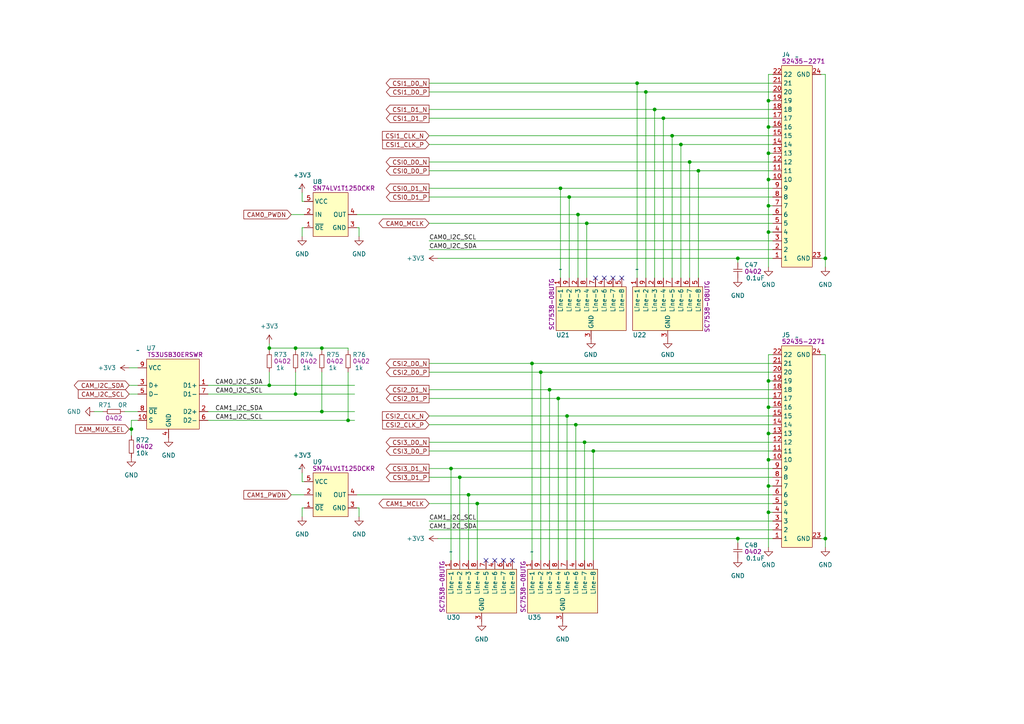
<source format=kicad_sch>
(kicad_sch (version 20230121) (generator eeschema)
  (paper "A4")
  (lib_symbols
    (symbol "power:+3V3" (power) (pin_names (offset 0))
      (property "Value" "+3V3" (at 0 3.556 0))
      (symbol "+3V3_0_1"
        (polyline (pts (xy -0.762 1.27) (xy 0 2.54)))
        (polyline (pts (xy 0 0) (xy 0 2.54)))
        (polyline (pts (xy 0 2.54) (xy 0.762 1.27)))
      )
      (symbol "+3V3_1_1"
        (pin power_in line (at 0 0 90) (length 0) hide (name "+3V3") (number "1"))
      )
    )
    (symbol "power:GND" (power) (pin_names (offset 0))
      (property "Value" "GND" (at 0 -3.81 0))
      (symbol "GND_0_1"
        (polyline (pts (xy 0 0) (xy 0 -1.27) (xy 1.27 -1.27) (xy 0 -2.54) (xy -1.27 -1.27) (xy 0 -1.27)))
      )
      (symbol "GND_1_1"
        (pin power_in line (at 0 0 270) (length 0) hide (name "GND") (number "1"))
      )
    )
    (symbol "the_backrooms:52435-2271"
      (property "Reference" "J" (at 0 0 0))
      (property "Value" "52435-2271" (at 0 0 0))
      (symbol "52435-2271_1_1"
        (rectangle (start 2.54 0) (end 11.43 -58.42) (fill (type background)))
        (pin free line (at 0 -55.88 0) (length 2.54) (name "1") (number "1"))
        (pin free line (at 0 -33.02 0) (length 2.54) (name "10") (number "10"))
        (pin free line (at 0 -30.48 0) (length 2.54) (name "11") (number "11"))
        (pin free line (at 0 -27.94 0) (length 2.54) (name "12") (number "12"))
        (pin free line (at 0 -25.4 0) (length 2.54) (name "13") (number "13"))
        (pin free line (at 0 -22.86 0) (length 2.54) (name "14") (number "14"))
        (pin free line (at 0 -20.32 0) (length 2.54) (name "15") (number "15"))
        (pin free line (at 0 -17.78 0) (length 2.54) (name "16") (number "16"))
        (pin free line (at 0 -15.24 0) (length 2.54) (name "17") (number "17"))
        (pin free line (at 0 -12.7 0) (length 2.54) (name "18") (number "18"))
        (pin free line (at 0 -10.16 0) (length 2.54) (name "19") (number "19"))
        (pin free line (at 0 -53.34 0) (length 2.54) (name "2") (number "2"))
        (pin free line (at 0 -7.62 0) (length 2.54) (name "20") (number "20"))
        (pin free line (at 0 -5.08 0) (length 2.54) (name "21") (number "21"))
        (pin free line (at 0 -2.54 0) (length 2.54) (name "22") (number "22"))
        (pin power_in line (at 13.97 -55.88 180) (length 2.54) (name "GND") (number "23"))
        (pin power_in line (at 13.97 -2.54 180) (length 2.54) (name "GND") (number "24"))
        (pin free line (at 0 -50.8 0) (length 2.54) (name "3") (number "3"))
        (pin free line (at 0 -48.26 0) (length 2.54) (name "4") (number "4"))
        (pin free line (at 0 -45.72 0) (length 2.54) (name "5") (number "5"))
        (pin free line (at 0 -43.18 0) (length 2.54) (name "6") (number "6"))
        (pin free line (at 0 -40.64 0) (length 2.54) (name "7") (number "7"))
        (pin free line (at 0 -38.1 0) (length 2.54) (name "8") (number "8"))
        (pin free line (at 0 -35.56 0) (length 2.54) (name "9") (number "9"))
      )
    )
    (symbol "the_backrooms:SC7538"
      (property "Reference" "U" (at 0 0 0))
      (property "Value" "SC7538" (at 0 0 0))
      (symbol "SC7538_1_1"
        (rectangle (start -1.27 -5.08) (end 19.05 -17.78) (fill (type background)))
        (pin free line (at 0 -2.54 270) (length 2.54) (name "Line-1") (number "1"))
        (pin free line (at 5.08 -2.54 270) (length 2.54) (name "Line-3") (number "2"))
        (pin free line (at 8.89 -20.32 90) (length 2.54) (name "GND") (number "3"))
        (pin free line (at 12.7 -2.54 270) (length 2.54) (name "Line-6") (number "4"))
        (pin free line (at 17.78 -2.54 270) (length 2.54) (name "Line-8") (number "5"))
        (pin free line (at 15.24 -2.54 270) (length 2.54) (name "Line-7") (number "6"))
        (pin free line (at 10.16 -2.54 270) (length 2.54) (name "Line-5") (number "7"))
        (pin free line (at 7.62 -2.54 270) (length 2.54) (name "Line-4") (number "8"))
        (pin free line (at 2.54 -2.54 270) (length 2.54) (name "Line-2") (number "9"))
      )
    )
    (symbol "the_backrooms:SN74LV1T125"
      (property "Reference" "U" (at 0 0 0))
      (property "Value" "SN74LV1T125" (at 0 0 0))
      (symbol "SN74LV1T125_1_1"
        (rectangle (start 2.54 0) (end 12.7 -12.7) (fill (type background)))
        (pin input line (at 0 -10.16 0) (length 2.54) (name "~{OE}") (number "1"))
        (pin input line (at 0 -6.35 0) (length 2.54) (name "IN") (number "2"))
        (pin power_in line (at 15.24 -10.16 180) (length 2.54) (name "GND") (number "3"))
        (pin output line (at 15.24 -6.35 180) (length 2.54) (name "OUT") (number "4"))
        (pin power_in line (at 0 -2.54 0) (length 2.54) (name "VCC") (number "5"))
      )
    )
    (symbol "the_backrooms:TS3USB30E"
      (property "Reference" "U" (at 0 0 0))
      (property "Value" "TS3USB30E" (at 0 0 0))
      (symbol "TS3USB30E_1_1"
        (rectangle (start 2.54 -2.54) (end 17.78 -22.86) (fill (type background)))
        (pin bidirectional line (at 20.32 -10.16 180) (length 2.54) (name "D1+") (number "1"))
        (pin input line (at 0 -20.32 0) (length 2.54) (name "S") (number "10"))
        (pin bidirectional line (at 20.32 -17.78 180) (length 2.54) (name "D2+") (number "2"))
        (pin bidirectional line (at 0 -10.16 0) (length 2.54) (name "D+") (number "3"))
        (pin power_in line (at 8.89 -25.4 90) (length 2.54) (name "GND") (number "4"))
        (pin bidirectional line (at 0 -12.7 0) (length 2.54) (name "D-") (number "5"))
        (pin bidirectional line (at 20.32 -20.32 180) (length 2.54) (name "D2-") (number "6"))
        (pin bidirectional line (at 20.32 -12.7 180) (length 2.54) (name "D1-") (number "7"))
        (pin input line (at 0 -17.78 0) (length 2.54) (name "~{OE}") (number "8"))
        (pin power_in line (at 0 -5.08 0) (length 2.54) (name "VCC") (number "9"))
      )
    )
    (symbol "the_backrooms:cap_0402"
      (property "Reference" "C" (at -0.635 0 0))
      (property "Package/Case" "0402" (at -1.27 1.27 0))
      (symbol "cap_0402_0_1"
        (polyline (pts (xy 1.905 0) (xy 1.905 -1.27)))
        (polyline (pts (xy 2.54 1.27) (xy 2.54 -1.27)))
        (polyline (pts (xy 3.175 0) (xy 2.54 0)))
        (polyline (pts (xy 1.27 0) (xy 1.905 0) (xy 1.905 1.27)))
      )
      (symbol "cap_0402_1_1"
        (pin free line (at 0 0 0) (length 1.27) (name "") (number "1"))
        (pin free line (at 4.445 0 180) (length 1.27) (name "") (number "2"))
      )
    )
    (symbol "the_backrooms:res_0402"
      (property "Reference" "R" (at 3.175 -1.905 0))
      (property "Package/Case" "0402" (at -3.175 1.905 0))
      (symbol "res_0402_0_1"
        (rectangle (start 1.27 0.635) (end 5.08 -0.635))
      )
      (symbol "res_0402_1_1"
        (pin free line (at 0 0 0) (length 1.27) (name "") (number "1"))
        (pin free line (at 6.35 0 180) (length 1.27) (name "") (number "2"))
      )
    )
  )
  (junction (at 194.945 39.37))
  (junction (at 222.885 59.69))
  (junction (at 165.1 57.15))
  (junction (at 222.885 148.59))
  (junction (at 213.995 156.21))
  (junction (at 154.305 105.41))
  (junction (at 93.345 119.38))
  (junction (at 85.725 114.3))
  (junction (at 239.395 156.21))
  (junction (at 189.865 31.75))
  (junction (at 156.845 107.95))
  (junction (at 222.885 140.97))
  (junction (at 135.89 143.51))
  (junction (at 161.925 115.57))
  (junction (at 222.885 29.21))
  (junction (at 170.18 64.77))
  (junction (at 138.43 146.05))
  (junction (at 38.1 124.46))
  (junction (at 200.025 46.99))
  (junction (at 222.885 110.49))
  (junction (at 222.885 52.07))
  (junction (at 162.56 54.61))
  (junction (at 159.385 113.03))
  (junction (at 172.085 130.81))
  (junction (at 239.395 74.93))
  (junction (at 184.785 24.13))
  (junction (at 222.885 44.45))
  (junction (at 164.465 120.65))
  (junction (at 85.725 100.965))
  (junction (at 222.885 67.31))
  (junction (at 169.545 128.27))
  (junction (at 192.405 34.29))
  (junction (at 222.885 36.83))
  (junction (at 78.105 111.76))
  (junction (at 167.64 62.23))
  (junction (at 78.105 100.965))
  (junction (at 222.885 118.11))
  (junction (at 213.995 74.93))
  (junction (at 197.485 41.91))
  (junction (at 130.81 135.89))
  (junction (at 167.005 123.19))
  (junction (at 100.965 121.92))
  (junction (at 133.35 138.43))
  (junction (at 202.565 49.53))
  (junction (at 222.885 125.73))
  (junction (at 222.885 133.35))
  (junction (at 93.345 100.965))
  (junction (at 187.325 26.67))
  (no_connect (at 177.8 80.645))
  (no_connect (at 180.34 80.645))
  (no_connect (at 146.05 162.56))
  (no_connect (at 172.72 80.645))
  (no_connect (at 140.97 162.56))
  (no_connect (at 175.26 80.645))
  (no_connect (at 143.51 162.56))
  (no_connect (at 148.59 162.56))
  (wire (pts (xy 200.025 46.99) (xy 200.025 80.645)))
  (wire (pts (xy 159.385 162.56) (xy 159.385 113.03)))
  (wire (pts (xy 202.565 49.53) (xy 224.155 49.53)))
  (wire (pts (xy 38.1 121.92) (xy 38.1 124.46)))
  (wire (pts (xy 222.885 110.49) (xy 224.155 110.49)))
  (wire (pts (xy 222.885 59.69) (xy 224.155 59.69)))
  (wire (pts (xy 164.465 120.65) (xy 164.465 162.56)))
  (wire (pts (xy 87.63 66.04) (xy 87.63 68.58)))
  (wire (pts (xy 156.845 107.95) (xy 224.155 107.95)))
  (wire (pts (xy 130.81 135.89) (xy 224.155 135.89)))
  (wire (pts (xy 100.965 100.965) (xy 100.965 101.6)))
  (wire (pts (xy 239.395 74.93) (xy 239.395 77.47)))
  (wire (pts (xy 167.64 62.23) (xy 224.155 62.23)))
  (wire (pts (xy 138.43 146.05) (xy 138.43 162.56)))
  (wire (pts (xy 187.325 80.645) (xy 187.325 26.67)))
  (wire (pts (xy 222.885 133.35) (xy 224.155 133.35)))
  (wire (pts (xy 88.265 66.04) (xy 87.63 66.04)))
  (wire (pts (xy 93.345 107.95) (xy 93.345 119.38)))
  (wire (pts (xy 239.395 156.21) (xy 239.395 158.75)))
  (wire (pts (xy 60.325 111.76) (xy 78.105 111.76)))
  (wire (pts (xy 38.1 124.46) (xy 38.1 126.365)))
  (wire (pts (xy 124.46 107.95) (xy 156.845 107.95)))
  (wire (pts (xy 222.885 21.59) (xy 222.885 29.21)))
  (wire (pts (xy 84.455 62.23) (xy 88.265 62.23)))
  (wire (pts (xy 165.1 57.15) (xy 165.1 80.645)))
  (wire (pts (xy 222.885 67.31) (xy 222.885 77.47)))
  (wire (pts (xy 169.545 128.27) (xy 224.155 128.27)))
  (wire (pts (xy 172.085 130.81) (xy 224.155 130.81)))
  (wire (pts (xy 172.085 130.81) (xy 172.085 162.56)))
  (wire (pts (xy 124.46 39.37) (xy 194.945 39.37)))
  (wire (pts (xy 189.865 31.75) (xy 224.155 31.75)))
  (wire (pts (xy 104.14 66.04) (xy 104.14 68.58)))
  (wire (pts (xy 124.46 34.29) (xy 192.405 34.29)))
  (wire (pts (xy 154.305 105.41) (xy 154.305 162.56)))
  (wire (pts (xy 192.405 34.29) (xy 224.155 34.29)))
  (wire (pts (xy 103.505 62.23) (xy 167.64 62.23)))
  (wire (pts (xy 124.46 72.39) (xy 224.155 72.39)))
  (wire (pts (xy 60.325 114.3) (xy 85.725 114.3)))
  (wire (pts (xy 222.885 118.11) (xy 222.885 125.73)))
  (wire (pts (xy 222.885 52.07) (xy 224.155 52.07)))
  (wire (pts (xy 124.46 54.61) (xy 162.56 54.61)))
  (wire (pts (xy 169.545 128.27) (xy 169.545 162.56)))
  (wire (pts (xy 124.46 138.43) (xy 133.35 138.43)))
  (wire (pts (xy 222.885 52.07) (xy 222.885 59.69)))
  (wire (pts (xy 85.725 114.3) (xy 102.87 114.3)))
  (wire (pts (xy 124.46 49.53) (xy 202.565 49.53)))
  (wire (pts (xy 127 74.93) (xy 213.995 74.93)))
  (wire (pts (xy 184.785 24.13) (xy 184.785 80.645)))
  (wire (pts (xy 222.885 118.11) (xy 224.155 118.11)))
  (wire (pts (xy 213.995 156.21) (xy 224.155 156.21)))
  (wire (pts (xy 161.925 115.57) (xy 224.155 115.57)))
  (wire (pts (xy 238.125 102.87) (xy 239.395 102.87)))
  (wire (pts (xy 156.845 162.56) (xy 156.845 107.95)))
  (wire (pts (xy 238.125 21.59) (xy 239.395 21.59)))
  (wire (pts (xy 162.56 54.61) (xy 224.155 54.61)))
  (wire (pts (xy 222.885 59.69) (xy 222.885 67.31)))
  (wire (pts (xy 88.265 139.7) (xy 87.63 139.7)))
  (wire (pts (xy 222.885 102.87) (xy 222.885 110.49)))
  (wire (pts (xy 124.46 153.67) (xy 224.155 153.67)))
  (wire (pts (xy 85.725 107.95) (xy 85.725 114.3)))
  (wire (pts (xy 159.385 113.03) (xy 224.155 113.03)))
  (wire (pts (xy 154.305 105.41) (xy 224.155 105.41)))
  (wire (pts (xy 100.965 107.95) (xy 100.965 121.92)))
  (wire (pts (xy 224.155 74.93) (xy 213.995 74.93)))
  (wire (pts (xy 87.63 147.32) (xy 87.63 149.86)))
  (wire (pts (xy 239.395 156.21) (xy 238.125 156.21)))
  (wire (pts (xy 194.945 39.37) (xy 194.945 80.645)))
  (wire (pts (xy 88.265 147.32) (xy 87.63 147.32)))
  (wire (pts (xy 87.63 137.16) (xy 87.63 139.7)))
  (wire (pts (xy 60.325 121.92) (xy 100.965 121.92)))
  (wire (pts (xy 78.105 101.6) (xy 78.105 100.965)))
  (wire (pts (xy 138.43 146.05) (xy 224.155 146.05)))
  (wire (pts (xy 167.005 123.19) (xy 224.155 123.19)))
  (wire (pts (xy 239.395 74.93) (xy 238.125 74.93)))
  (wire (pts (xy 222.885 125.73) (xy 222.885 133.35)))
  (wire (pts (xy 124.46 135.89) (xy 130.81 135.89)))
  (wire (pts (xy 197.485 80.645) (xy 197.485 41.91)))
  (wire (pts (xy 100.965 121.92) (xy 102.87 121.92)))
  (wire (pts (xy 222.885 44.45) (xy 222.885 52.07)))
  (wire (pts (xy 38.1 121.92) (xy 40.005 121.92)))
  (wire (pts (xy 124.46 41.91) (xy 197.485 41.91)))
  (wire (pts (xy 124.46 151.13) (xy 224.155 151.13)))
  (wire (pts (xy 222.885 44.45) (xy 224.155 44.45)))
  (wire (pts (xy 135.89 162.56) (xy 135.89 143.51)))
  (wire (pts (xy 84.455 143.51) (xy 88.265 143.51)))
  (wire (pts (xy 167.64 80.645) (xy 167.64 62.23)))
  (wire (pts (xy 78.105 111.76) (xy 102.87 111.76)))
  (wire (pts (xy 78.105 107.95) (xy 78.105 111.76)))
  (wire (pts (xy 222.885 29.21) (xy 222.885 36.83)))
  (wire (pts (xy 192.405 34.29) (xy 192.405 80.645)))
  (wire (pts (xy 222.885 148.59) (xy 222.885 158.75)))
  (wire (pts (xy 88.265 58.42) (xy 87.63 58.42)))
  (wire (pts (xy 124.46 46.99) (xy 200.025 46.99)))
  (wire (pts (xy 222.885 36.83) (xy 222.885 44.45)))
  (wire (pts (xy 224.155 69.85) (xy 124.46 69.85)))
  (wire (pts (xy 164.465 120.65) (xy 224.155 120.65)))
  (wire (pts (xy 222.885 29.21) (xy 224.155 29.21)))
  (wire (pts (xy 124.46 115.57) (xy 161.925 115.57)))
  (wire (pts (xy 124.46 146.05) (xy 138.43 146.05)))
  (wire (pts (xy 170.18 80.645) (xy 170.18 64.77)))
  (wire (pts (xy 222.885 148.59) (xy 224.155 148.59)))
  (wire (pts (xy 135.89 143.51) (xy 224.155 143.51)))
  (wire (pts (xy 124.46 26.67) (xy 187.325 26.67)))
  (wire (pts (xy 36.195 119.38) (xy 40.005 119.38)))
  (wire (pts (xy 213.995 156.21) (xy 213.995 157.48)))
  (wire (pts (xy 124.46 128.27) (xy 169.545 128.27)))
  (wire (pts (xy 222.885 125.73) (xy 224.155 125.73)))
  (wire (pts (xy 93.345 100.965) (xy 100.965 100.965)))
  (wire (pts (xy 124.46 64.77) (xy 170.18 64.77)))
  (wire (pts (xy 124.46 24.13) (xy 184.785 24.13)))
  (wire (pts (xy 213.995 74.93) (xy 213.995 76.2)))
  (wire (pts (xy 222.885 110.49) (xy 222.885 118.11)))
  (wire (pts (xy 222.885 140.97) (xy 224.155 140.97)))
  (wire (pts (xy 202.565 49.53) (xy 202.565 80.645)))
  (wire (pts (xy 224.155 102.87) (xy 222.885 102.87)))
  (wire (pts (xy 239.395 21.59) (xy 239.395 74.93)))
  (wire (pts (xy 187.325 26.67) (xy 224.155 26.67)))
  (wire (pts (xy 124.46 31.75) (xy 189.865 31.75)))
  (wire (pts (xy 85.725 100.965) (xy 85.725 101.6)))
  (wire (pts (xy 37.465 114.3) (xy 40.005 114.3)))
  (wire (pts (xy 78.105 100.965) (xy 85.725 100.965)))
  (wire (pts (xy 85.725 100.965) (xy 93.345 100.965)))
  (wire (pts (xy 124.46 130.81) (xy 172.085 130.81)))
  (wire (pts (xy 104.14 147.32) (xy 104.14 149.86)))
  (wire (pts (xy 167.005 123.19) (xy 167.005 162.56)))
  (wire (pts (xy 103.505 143.51) (xy 135.89 143.51)))
  (wire (pts (xy 133.35 138.43) (xy 224.155 138.43)))
  (wire (pts (xy 162.56 54.61) (xy 162.56 80.645)))
  (wire (pts (xy 78.105 99.695) (xy 78.105 100.965)))
  (wire (pts (xy 200.025 46.99) (xy 224.155 46.99)))
  (wire (pts (xy 103.505 147.32) (xy 104.14 147.32)))
  (wire (pts (xy 93.345 100.965) (xy 93.345 101.6)))
  (wire (pts (xy 37.465 106.68) (xy 40.005 106.68)))
  (wire (pts (xy 189.865 80.645) (xy 189.865 31.75)))
  (wire (pts (xy 27.305 119.38) (xy 29.845 119.38)))
  (wire (pts (xy 37.465 111.76) (xy 40.005 111.76)))
  (wire (pts (xy 103.505 66.04) (xy 104.14 66.04)))
  (wire (pts (xy 165.1 57.15) (xy 224.155 57.15)))
  (wire (pts (xy 224.155 21.59) (xy 222.885 21.59)))
  (wire (pts (xy 239.395 102.87) (xy 239.395 156.21)))
  (wire (pts (xy 37.465 124.46) (xy 38.1 124.46)))
  (wire (pts (xy 161.925 162.56) (xy 161.925 115.57)))
  (wire (pts (xy 222.885 36.83) (xy 224.155 36.83)))
  (wire (pts (xy 222.885 140.97) (xy 222.885 148.59)))
  (wire (pts (xy 124.46 120.65) (xy 164.465 120.65)))
  (wire (pts (xy 184.785 24.13) (xy 224.155 24.13)))
  (wire (pts (xy 194.945 39.37) (xy 224.155 39.37)))
  (wire (pts (xy 124.46 57.15) (xy 165.1 57.15)))
  (wire (pts (xy 222.885 133.35) (xy 222.885 140.97)))
  (wire (pts (xy 87.63 55.88) (xy 87.63 58.42)))
  (wire (pts (xy 127 156.21) (xy 213.995 156.21)))
  (wire (pts (xy 60.325 119.38) (xy 93.345 119.38)))
  (wire (pts (xy 130.81 162.56) (xy 130.81 135.89)))
  (wire (pts (xy 133.35 138.43) (xy 133.35 162.56)))
  (wire (pts (xy 222.885 67.31) (xy 224.155 67.31)))
  (wire (pts (xy 197.485 41.91) (xy 224.155 41.91)))
  (wire (pts (xy 170.18 64.77) (xy 224.155 64.77)))
  (wire (pts (xy 93.345 119.38) (xy 102.87 119.38)))
  (wire (pts (xy 124.46 123.19) (xy 167.005 123.19)))
  (wire (pts (xy 124.46 105.41) (xy 154.305 105.41)))
  (wire (pts (xy 124.46 113.03) (xy 159.385 113.03)))
  (label "CAM1_I2C_SDA" (at 76.2 119.38 180))
  (label "CAM1_I2C_SCL" (at 124.46 151.13 0))
  (label "CAM0_I2C_SCL" (at 124.46 69.85 0))
  (label "CAM0_I2C_SDA" (at 76.2 111.76 180))
  (label "CAM1_I2C_SDA" (at 124.46 153.67 0))
  (label "CAM0_I2C_SDA" (at 124.46 72.39 0))
  (label "CAM1_I2C_SCL" (at 76.2 121.92 180))
  (label "CAM0_I2C_SCL" (at 76.2 114.3 180))
  (global_label "CSI2_D1_P" (shape output) (at 124.46 115.57 180) (property "Intersheetrefs" "${INTERSHEET_REFS}" (at 111.4963 115.57 0) (effects (justify right))))
  (global_label "CSI1_D1_N" (shape output) (at 124.46 31.75 180) (property "Intersheetrefs" "${INTERSHEET_REFS}" (at 111.4358 31.75 0) (effects (justify right))))
  (global_label "CSI2_D0_N" (shape output) (at 124.46 105.41 180) (property "Intersheetrefs" "${INTERSHEET_REFS}" (at 111.4358 105.41 0) (effects (justify right))))
  (global_label "CSI2_CLK_N" (shape input) (at 124.46 120.65 180) (property "Intersheetrefs" "${INTERSHEET_REFS}" (at 110.3472 120.65 0) (effects (justify right))))
  (global_label "CAM1_PWDN" (shape input) (at 84.455 143.51 180) (property "Intersheetrefs" "${INTERSHEET_REFS}" (at 70.1608 143.51 0) (effects (justify right))))
  (global_label "CSI3_D0_N" (shape output) (at 124.46 128.27 180) (property "Intersheetrefs" "${INTERSHEET_REFS}" (at 111.4358 128.27 0) (effects (justify right))))
  (global_label "CAM_I2C_SCL" (shape input) (at 37.465 114.3 180) (property "Intersheetrefs" "${INTERSHEET_REFS}" (at 22.1427 114.3 0) (effects (justify right))))
  (global_label "CSI0_D1_N" (shape output) (at 124.46 54.61 180) (property "Intersheetrefs" "${INTERSHEET_REFS}" (at 111.4358 54.61 0) (effects (justify right))))
  (global_label "CAM1_MCLK" (shape bidirectional) (at 124.46 146.05 180) (property "Intersheetrefs" "${INTERSHEET_REFS}" (at 109.3569 146.05 0) (effects (justify right))))
  (global_label "CSI1_CLK_N" (shape input) (at 124.46 39.37 180) (property "Intersheetrefs" "${INTERSHEET_REFS}" (at 110.3472 39.37 0) (effects (justify right))))
  (global_label "CSI3_D1_P" (shape output) (at 124.46 138.43 180) (property "Intersheetrefs" "${INTERSHEET_REFS}" (at 111.4963 138.43 0) (effects (justify right))))
  (global_label "CAM0_MCLK" (shape bidirectional) (at 124.46 64.77 180) (property "Intersheetrefs" "${INTERSHEET_REFS}" (at 109.3569 64.77 0) (effects (justify right))))
  (global_label "CSI3_D0_P" (shape output) (at 124.46 130.81 180) (property "Intersheetrefs" "${INTERSHEET_REFS}" (at 111.4963 130.81 0) (effects (justify right))))
  (global_label "CAM_I2C_SDA" (shape bidirectional) (at 37.465 111.76 180) (property "Intersheetrefs" "${INTERSHEET_REFS}" (at 20.9709 111.76 0) (effects (justify right))))
  (global_label "CSI1_D0_P" (shape output) (at 124.46 26.67 180) (property "Intersheetrefs" "${INTERSHEET_REFS}" (at 111.4963 26.67 0) (effects (justify right))))
  (global_label "CSI1_D0_N" (shape output) (at 124.46 24.13 180) (property "Intersheetrefs" "${INTERSHEET_REFS}" (at 111.4358 24.13 0) (effects (justify right))))
  (global_label "CAM_MUX_SEL" (shape input) (at 37.465 124.46 180) (property "Intersheetrefs" "${INTERSHEET_REFS}" (at 21.3566 124.46 0) (effects (justify right))))
  (global_label "CSI1_CLK_P" (shape input) (at 124.46 41.91 180) (property "Intersheetrefs" "${INTERSHEET_REFS}" (at 110.4077 41.91 0) (effects (justify right))))
  (global_label "CSI3_D1_N" (shape output) (at 124.46 135.89 180) (property "Intersheetrefs" "${INTERSHEET_REFS}" (at 111.4358 135.89 0) (effects (justify right))))
  (global_label "CSI2_D1_N" (shape output) (at 124.46 113.03 180) (property "Intersheetrefs" "${INTERSHEET_REFS}" (at 111.4358 113.03 0) (effects (justify right))))
  (global_label "CSI0_D0_P" (shape output) (at 124.46 49.53 180) (property "Intersheetrefs" "${INTERSHEET_REFS}" (at 111.4963 49.53 0) (effects (justify right))))
  (global_label "CAM0_PWDN" (shape input) (at 84.455 62.23 180) (property "Intersheetrefs" "${INTERSHEET_REFS}" (at 70.1608 62.23 0) (effects (justify right))))
  (global_label "CSI0_D0_N" (shape output) (at 124.46 46.99 180) (property "Intersheetrefs" "${INTERSHEET_REFS}" (at 111.4358 46.99 0) (effects (justify right))))
  (global_label "CSI1_D1_P" (shape output) (at 124.46 34.29 180) (property "Intersheetrefs" "${INTERSHEET_REFS}" (at 111.4963 34.29 0) (effects (justify right))))
  (global_label "CSI0_D1_P" (shape output) (at 124.46 57.15 180) (property "Intersheetrefs" "${INTERSHEET_REFS}" (at 111.4963 57.15 0) (effects (justify right))))
  (global_label "CSI2_CLK_P" (shape input) (at 124.46 123.19 180) (property "Intersheetrefs" "${INTERSHEET_REFS}" (at 110.4077 123.19 0) (effects (justify right))))
  (global_label "CSI2_D0_P" (shape output) (at 124.46 107.95 180) (property "Intersheetrefs" "${INTERSHEET_REFS}" (at 111.4963 107.95 0) (effects (justify right))))
  (symbol (lib_id "the_backrooms:SC7538") (at 130.81 160.02 0) (unit 1)
    (property "Reference" "U30" (at 129.54 179.07 0) (effects (justify left)))
    (property "Value" "~" (at 130.81 160.02 0))
    (property "Footprint" "the_backrooms:SC7538" (effects hide))
    (property "Datasheet" "https://www.mouser.de/datasheet/2/240/Littelfuse-3074284.pdf" (effects hide))
    (property "Mfr. No." "SC7538-08UTG" (at 128.27 170.18 90))
    (property "Package/Case" "uDFN-9" (effects hide))
    (property "Description" "ESD Suppressors / TVS Diodes 5V 3A +30/-22kV uDFN3810-9L Diode array AEC-Q101" (effects hide))
  )
  (symbol (lib_id "power:GND") (at 48.895 127 0) (unit 1)
    (property "Reference" "#PWR094" (effects hide))
    (property "Value" "GND" (at 48.895 132.08 0))
  )
  (symbol (lib_id "power:GND") (at 171.45 98.425 0) (unit 1)
    (property "Reference" "#PWR0105" (effects hide))
    (property "Value" "GND" (at 173.355 102.87 0) (effects (justify right)))
  )
  (symbol (lib_id "power:GND") (at 213.995 161.925 0) (unit 1)
    (property "Reference" "#PWR0103" (effects hide))
    (property "Value" "GND" (at 213.995 167.005 0))
  )
  (symbol (lib_id "power:GND") (at 104.14 149.86 0) (unit 1)
    (property "Reference" "#PWR0107" (effects hide))
    (property "Value" "GND" (at 104.14 154.94 0))
  )
  (symbol (lib_id "power:+3V3") (at 127 156.21 90) (unit 1)
    (property "Reference" "#PWR0104" (effects hide))
    (property "Value" "+3V3" (at 123.19 156.21 90) (effects (justify left)))
  )
  (symbol (lib_id "power:+3V3") (at 37.465 106.68 90) (unit 1)
    (property "Reference" "#PWR093" (effects hide))
    (property "Value" "+3V3" (at 33.655 106.68 90) (effects (justify left)))
  )
  (symbol (lib_id "the_backrooms:SC7538") (at 184.785 78.105 0) (unit 1)
    (property "Reference" "U22" (at 183.515 97.155 0) (effects (justify left)))
    (property "Value" "~" (at 184.785 78.105 0))
    (property "Footprint" "the_backrooms:SC7538" (effects hide))
    (property "Datasheet" "https://www.mouser.de/datasheet/2/240/Littelfuse-3074284.pdf" (effects hide))
    (property "Mfr. No." "SC7538-08UTG" (at 205.105 88.9 90))
    (property "Package/Case" "uDFN-9" (effects hide))
    (property "Description" "ESD Suppressors / TVS Diodes 5V 3A +30/-22kV uDFN3810-9L Diode array AEC-Q101" (effects hide))
  )
  (symbol (lib_id "the_backrooms:SN74LV1T125") (at 88.265 55.88 0) (unit 1)
    (property "Reference" "U8" (at 92.075 52.705 0))
    (property "Value" "~" (at 86.995 54.61 0))
    (property "Footprint" "the_backrooms:SN74LV1T125" (effects hide))
    (property "Datasheet" "https://www.ti.com/lit/ds/symlink/sn74lv1t125.pdf?HQS=dis-mous-null-mousermode-dsf-pf-null-wwe&ts=1689961992760&ref_url=https%253A%252F%252Fwww.mouser.de%252F" (effects hide))
    (property "Mfr. No." "SN74LV1T125DCKR" (at 99.695 54.61 0))
    (property "Package/Case" "SC70-5" (effects hide))
    (property "Description" "Translation - Voltage Levels SGL Pwr Supply SGL Buffer GATE" (effects hide))
  )
  (symbol (lib_id "power:GND") (at 213.995 80.645 0) (unit 1)
    (property "Reference" "#PWR092" (effects hide))
    (property "Value" "GND" (at 213.995 85.725 0))
  )
  (symbol (lib_id "power:GND") (at 104.14 68.58 0) (unit 1)
    (property "Reference" "#PWR0100" (effects hide))
    (property "Value" "GND" (at 104.14 73.66 0))
  )
  (symbol (lib_id "power:GND") (at 222.885 77.47 0) (unit 1)
    (property "Reference" "#PWR098" (effects hide))
    (property "Value" "GND" (at 222.885 82.55 0))
  )
  (symbol (lib_id "power:GND") (at 193.675 98.425 0) (unit 1)
    (property "Reference" "#PWR097" (effects hide))
    (property "Value" "GND" (at 193.675 102.87 0))
  )
  (symbol (lib_id "power:GND") (at 139.7 180.34 0) (unit 1)
    (property "Reference" "#PWR01" (effects hide))
    (property "Value" "GND" (at 139.7 185.42 0))
  )
  (symbol (lib_id "power:+3V3") (at 87.63 137.16 0) (unit 1)
    (property "Reference" "#PWR0108" (effects hide))
    (property "Value" "+3V3" (at 87.63 132.08 0))
  )
  (symbol (lib_id "the_backrooms:res_0402") (at 93.345 107.95 90) (unit 1)
    (property "Reference" "R75" (at 94.615 102.87 90) (effects (justify right)))
    (property "Value" "1k" (at 96.52 106.68 90))
    (property "Footprint" "the_backrooms:0402_res" (effects hide))
    (property "Package/Case" "0402" (at 94.615 104.775 90) (effects (justify right)))
    (property "Mfr. No." "CR0402AFX-1001GLF" (effects hide))
    (property "Description" "1k 0402 62.5mW 1%" (effects hide))
  )
  (symbol (lib_id "the_backrooms:res_0402") (at 38.1 132.715 90) (unit 1)
    (property "Reference" "R72" (at 39.37 127.635 90) (effects (justify right)))
    (property "Value" "10k" (at 41.275 131.445 90))
    (property "Footprint" "the_backrooms:0402_res" (effects hide))
    (property "Package/Case" "0402" (at 39.37 129.54 90) (effects (justify right)))
    (property "Mfr. No." "RC0402FR-0710KL" (effects hide))
    (property "Description" "10k 0402 62.5mW 1%" (effects hide))
  )
  (symbol (lib_id "power:GND") (at 239.395 158.75 0) (unit 1)
    (property "Reference" "#PWR090" (effects hide))
    (property "Value" "GND" (at 239.395 163.83 0))
  )
  (symbol (lib_id "power:GND") (at 27.305 119.38 270) (unit 1)
    (property "Reference" "#PWR095" (effects hide))
    (property "Value" "GND" (at 23.495 119.38 90) (effects (justify right)))
  )
  (symbol (lib_id "the_backrooms:SC7538") (at 162.56 78.105 0) (unit 1)
    (property "Reference" "U21" (at 161.29 97.155 0) (effects (justify left)))
    (property "Value" "~" (at 162.56 78.105 0))
    (property "Footprint" "the_backrooms:SC7538" (effects hide))
    (property "Datasheet" "https://www.mouser.de/datasheet/2/240/Littelfuse-3074284.pdf" (effects hide))
    (property "Mfr. No." "SC7538-08UTG" (at 160.02 88.265 90))
    (property "Package/Case" "uDFN-9" (effects hide))
    (property "Description" "ESD Suppressors / TVS Diodes 5V 3A +30/-22kV uDFN3810-9L Diode array AEC-Q101" (effects hide))
  )
  (symbol (lib_id "power:+3V3") (at 127 74.93 90) (unit 1)
    (property "Reference" "#PWR091" (effects hide))
    (property "Value" "+3V3" (at 123.19 74.93 90) (effects (justify left)))
  )
  (symbol (lib_id "the_backrooms:SC7538") (at 154.305 160.02 0) (unit 1)
    (property "Reference" "U35" (at 153.035 179.07 0) (effects (justify left)))
    (property "Value" "~" (at 154.305 160.02 0))
    (property "Footprint" "the_backrooms:SC7538" (effects hide))
    (property "Datasheet" "https://www.mouser.de/datasheet/2/240/Littelfuse-3074284.pdf" (effects hide))
    (property "Mfr. No." "SC7538-08UTG" (at 151.765 170.18 90))
    (property "Package/Case" "uDFN-9" (effects hide))
    (property "Description" "ESD Suppressors / TVS Diodes 5V 3A +30/-22kV uDFN3810-9L Diode array AEC-Q101" (effects hide))
  )
  (symbol (lib_id "the_backrooms:res_0402") (at 100.965 107.95 90) (unit 1)
    (property "Reference" "R76" (at 102.235 102.87 90) (effects (justify right)))
    (property "Value" "1k" (at 104.14 106.68 90))
    (property "Footprint" "the_backrooms:0402_res" (effects hide))
    (property "Package/Case" "0402" (at 102.235 104.775 90) (effects (justify right)))
    (property "Mfr. No." "CR0402AFX-1001GLF" (effects hide))
    (property "Description" "1k 0402 62.5mW 1%" (effects hide))
  )
  (symbol (lib_id "power:GND") (at 163.195 180.34 0) (unit 1)
    (property "Reference" "#PWR0106" (effects hide))
    (property "Value" "GND" (at 163.195 185.42 0))
  )
  (symbol (lib_id "power:+3V3") (at 87.63 55.88 0) (unit 1)
    (property "Reference" "#PWR0102" (effects hide))
    (property "Value" "+3V3" (at 87.63 50.8 0))
  )
  (symbol (lib_id "the_backrooms:res_0402") (at 85.725 107.95 90) (unit 1)
    (property "Reference" "R74" (at 86.995 102.87 90) (effects (justify right)))
    (property "Value" "1k" (at 88.9 106.68 90))
    (property "Footprint" "the_backrooms:0402_res" (effects hide))
    (property "Package/Case" "0402" (at 86.995 104.775 90) (effects (justify right)))
    (property "Mfr. No." "CR0402AFX-1001GLF" (effects hide))
    (property "Description" "1k 0402 62.5mW 1%" (effects hide))
  )
  (symbol (lib_id "power:GND") (at 222.885 158.75 0) (unit 1)
    (property "Reference" "#PWR099" (effects hide))
    (property "Value" "GND" (at 222.885 163.83 0))
  )
  (symbol (lib_id "power:GND") (at 38.1 132.715 0) (unit 1)
    (property "Reference" "#PWR096" (effects hide))
    (property "Value" "GND" (at 38.1 137.795 0))
  )
  (symbol (lib_id "the_backrooms:52435-2271") (at 224.155 19.05 0) (unit 1)
    (property "Reference" "J4" (at 227.965 15.875 0))
    (property "Value" "~" (at 231.14 16.51 0))
    (property "Footprint" "the_backrooms:52435-2271" (effects hide))
    (property "Datasheet" "https://www.molex.com/content/dam/molex/molex-dot-com/products/automated/en-us/salesdrawingpdf/524/52435/524352271_sd.pdf" (effects hide))
    (property "Mfr. No." "52435-2271" (at 233.045 17.78 0))
    (property "Description" "FFC & FPC Connectors RA SMT ZIF TOP 22P GOLD" (effects hide))
  )
  (symbol (lib_id "power:GND") (at 87.63 149.86 0) (unit 1)
    (property "Reference" "#PWR0109" (effects hide))
    (property "Value" "GND" (at 87.63 154.94 0))
  )
  (symbol (lib_id "power:GND") (at 239.395 77.47 0) (unit 1)
    (property "Reference" "#PWR089" (effects hide))
    (property "Value" "GND" (at 239.395 82.55 0))
  )
  (symbol (lib_id "the_backrooms:cap_0402") (at 213.995 161.925 90) (unit 1)
    (property "Reference" "C48" (at 215.9 158.115 90) (effects (justify right)))
    (property "Value" "0.1uF" (at 219.075 161.925 90))
    (property "Footprint" "the_backrooms:0402_cap" (effects hide))
    (property "Package/Case" "0402" (at 215.9 160.02 90) (effects (justify right)))
    (property "Mfr. No." "04025C104KAT4A" (effects hide))
    (property "Description" "0.1uF 0402 50V" (effects hide))
  )
  (symbol (lib_id "the_backrooms:SN74LV1T125") (at 88.265 137.16 0) (unit 1)
    (property "Reference" "U9" (at 92.075 133.985 0))
    (property "Value" "~" (at 86.995 135.89 0))
    (property "Footprint" "the_backrooms:SN74LV1T125" (effects hide))
    (property "Datasheet" "https://www.ti.com/lit/ds/symlink/sn74lv1t125.pdf?HQS=dis-mous-null-mousermode-dsf-pf-null-wwe&ts=1689961992760&ref_url=https%253A%252F%252Fwww.mouser.de%252F" (effects hide))
    (property "Mfr. No." "SN74LV1T125DCKR" (at 99.695 135.89 0))
    (property "Package/Case" "SC70-5" (effects hide))
    (property "Description" "Translation - Voltage Levels SGL Pwr Supply SGL Buffer GATE" (effects hide))
  )
  (symbol (lib_id "the_backrooms:res_0402") (at 78.105 107.95 90) (unit 1)
    (property "Reference" "R73" (at 79.375 102.87 90) (effects (justify right)))
    (property "Value" "1k" (at 81.28 106.68 90))
    (property "Footprint" "the_backrooms:0402_res" (effects hide))
    (property "Package/Case" "0402" (at 79.375 104.775 90) (effects (justify right)))
    (property "Mfr. No." "CR0402AFX-1001GLF" (effects hide))
    (property "Description" "1k 0402 62.5mW 1%" (effects hide))
  )
  (symbol (lib_id "power:GND") (at 87.63 68.58 0) (unit 1)
    (property "Reference" "#PWR0101" (effects hide))
    (property "Value" "GND" (at 87.63 73.66 0))
  )
  (symbol (lib_id "power:+3V3") (at 78.105 99.695 0) (unit 1)
    (property "Reference" "#PWR0110" (effects hide))
    (property "Value" "+3V3" (at 78.105 94.615 0))
  )
  (symbol (lib_id "the_backrooms:52435-2271") (at 224.155 100.33 0) (unit 1)
    (property "Reference" "J5" (at 227.965 97.155 0))
    (property "Value" "~" (at 231.14 97.79 0))
    (property "Footprint" "the_backrooms:52435-2271" (effects hide))
    (property "Datasheet" "https://www.molex.com/content/dam/molex/molex-dot-com/products/automated/en-us/salesdrawingpdf/524/52435/524352271_sd.pdf" (effects hide))
    (property "Mfr. No." "52435-2271" (at 233.045 99.06 0))
    (property "Description" "FFC & FPC Connectors RA SMT ZIF TOP 22P GOLD" (effects hide))
  )
  (symbol (lib_id "the_backrooms:cap_0402") (at 213.995 80.645 90) (unit 1)
    (property "Reference" "C47" (at 215.9 76.835 90) (effects (justify right)))
    (property "Value" "0.1uF" (at 219.075 80.645 90))
    (property "Footprint" "the_backrooms:0402_cap" (effects hide))
    (property "Package/Case" "0402" (at 215.9 78.74 90) (effects (justify right)))
    (property "Mfr. No." "04025C104KAT4A" (effects hide))
    (property "Description" "0.1uF 0402 50V" (effects hide))
  )
  (symbol (lib_id "the_backrooms:TS3USB30E") (at 40.005 101.6 0) (unit 1)
    (property "Reference" "U7" (at 43.815 100.965 0))
    (property "Value" "~" (at 40.005 101.6 0))
    (property "Footprint" "the_backrooms:TS3USB30E" (effects hide))
    (property "Datasheet" "https://www.ti.com/lit/ds/symlink/ts3usb30e.pdf?HQS=dis-mous-null-mousermode-dsf-pf-null-wwe&ts=1690134936254&ref_url=https%253A%252F%252Fwww.mouser.de%252F" (effects hide))
    (property "Mfr. No." "TS3USB30ERSWR" (at 50.8 102.87 0))
    (property "Package/Case" "UQFN-10" (effects hide))
    (property "Description" "USB Switch ICs High-Spd USB 2.0 1:2 Mux/Demux Sw" (effects hide))
  )
  (symbol (lib_id "the_backrooms:res_0402") (at 29.845 119.38 0) (unit 1)
    (property "Reference" "R71" (at 32.385 117.475 0) (effects (justify right)))
    (property "Value" "0R" (at 35.56 117.475 0))
    (property "Footprint" "the_backrooms:0402_res" (effects hide))
    (property "Package/Case" "0402" (at 35.56 121.285 0) (effects (justify right)))
    (property "Mfr. No." "CR0402-J/-000GLF" (effects hide))
    (property "Description" "0R 0402" (effects hide))
  )
)
</source>
